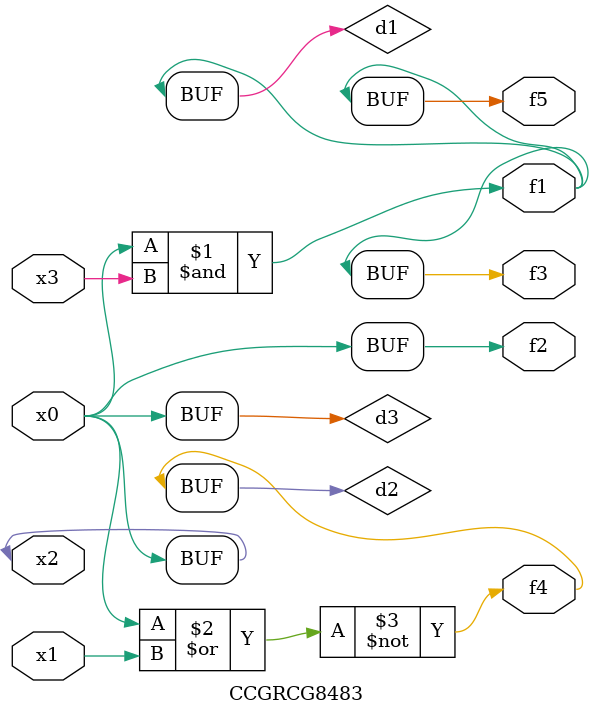
<source format=v>
module CCGRCG8483(
	input x0, x1, x2, x3,
	output f1, f2, f3, f4, f5
);

	wire d1, d2, d3;

	and (d1, x2, x3);
	nor (d2, x0, x1);
	buf (d3, x0, x2);
	assign f1 = d1;
	assign f2 = d3;
	assign f3 = d1;
	assign f4 = d2;
	assign f5 = d1;
endmodule

</source>
